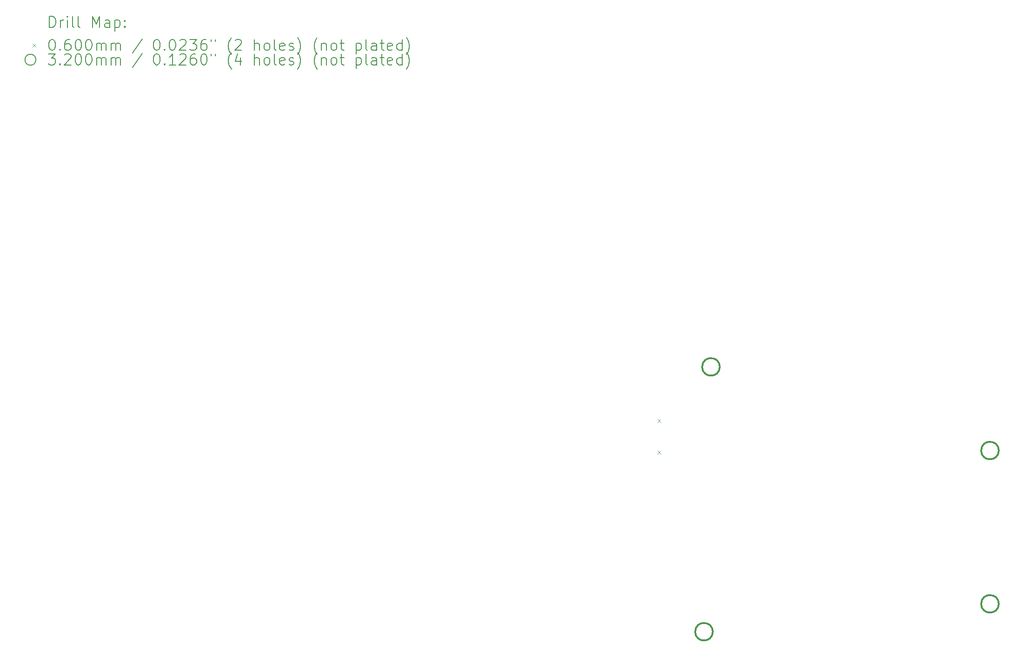
<source format=gbr>
%TF.GenerationSoftware,KiCad,Pcbnew,7.0.1*%
%TF.CreationDate,2023-09-13T21:21:14+01:00*%
%TF.ProjectId,101 PCB,31303120-5043-4422-9e6b-696361645f70,rev?*%
%TF.SameCoordinates,Original*%
%TF.FileFunction,Drillmap*%
%TF.FilePolarity,Positive*%
%FSLAX45Y45*%
G04 Gerber Fmt 4.5, Leading zero omitted, Abs format (unit mm)*
G04 Created by KiCad (PCBNEW 7.0.1) date 2023-09-13 21:21:14*
%MOMM*%
%LPD*%
G01*
G04 APERTURE LIST*
%ADD10C,0.200000*%
%ADD11C,0.060000*%
%ADD12C,0.320000*%
G04 APERTURE END LIST*
D10*
D11*
X11318000Y-7451000D02*
X11378000Y-7511000D01*
X11378000Y-7451000D02*
X11318000Y-7511000D01*
X11318000Y-8029000D02*
X11378000Y-8089000D01*
X11378000Y-8029000D02*
X11318000Y-8089000D01*
D12*
X12323000Y-11326000D02*
G75*
G03*
X12323000Y-11326000I-160000J0D01*
G01*
X12450000Y-6500000D02*
G75*
G03*
X12450000Y-6500000I-160000J0D01*
G01*
X17530000Y-8024000D02*
G75*
G03*
X17530000Y-8024000I-160000J0D01*
G01*
X17530000Y-10818000D02*
G75*
G03*
X17530000Y-10818000I-160000J0D01*
G01*
D10*
X247619Y-312524D02*
X247619Y-112524D01*
X247619Y-112524D02*
X295238Y-112524D01*
X295238Y-112524D02*
X323810Y-122048D01*
X323810Y-122048D02*
X342857Y-141095D01*
X342857Y-141095D02*
X352381Y-160143D01*
X352381Y-160143D02*
X361905Y-198238D01*
X361905Y-198238D02*
X361905Y-226809D01*
X361905Y-226809D02*
X352381Y-264905D01*
X352381Y-264905D02*
X342857Y-283952D01*
X342857Y-283952D02*
X323810Y-303000D01*
X323810Y-303000D02*
X295238Y-312524D01*
X295238Y-312524D02*
X247619Y-312524D01*
X447619Y-312524D02*
X447619Y-179190D01*
X447619Y-217286D02*
X457143Y-198238D01*
X457143Y-198238D02*
X466667Y-188714D01*
X466667Y-188714D02*
X485714Y-179190D01*
X485714Y-179190D02*
X504762Y-179190D01*
X571429Y-312524D02*
X571429Y-179190D01*
X571429Y-112524D02*
X561905Y-122048D01*
X561905Y-122048D02*
X571429Y-131571D01*
X571429Y-131571D02*
X580952Y-122048D01*
X580952Y-122048D02*
X571429Y-112524D01*
X571429Y-112524D02*
X571429Y-131571D01*
X695238Y-312524D02*
X676190Y-303000D01*
X676190Y-303000D02*
X666667Y-283952D01*
X666667Y-283952D02*
X666667Y-112524D01*
X800000Y-312524D02*
X780952Y-303000D01*
X780952Y-303000D02*
X771428Y-283952D01*
X771428Y-283952D02*
X771428Y-112524D01*
X1028571Y-312524D02*
X1028571Y-112524D01*
X1028571Y-112524D02*
X1095238Y-255381D01*
X1095238Y-255381D02*
X1161905Y-112524D01*
X1161905Y-112524D02*
X1161905Y-312524D01*
X1342857Y-312524D02*
X1342857Y-207762D01*
X1342857Y-207762D02*
X1333333Y-188714D01*
X1333333Y-188714D02*
X1314286Y-179190D01*
X1314286Y-179190D02*
X1276190Y-179190D01*
X1276190Y-179190D02*
X1257143Y-188714D01*
X1342857Y-303000D02*
X1323810Y-312524D01*
X1323810Y-312524D02*
X1276190Y-312524D01*
X1276190Y-312524D02*
X1257143Y-303000D01*
X1257143Y-303000D02*
X1247619Y-283952D01*
X1247619Y-283952D02*
X1247619Y-264905D01*
X1247619Y-264905D02*
X1257143Y-245857D01*
X1257143Y-245857D02*
X1276190Y-236333D01*
X1276190Y-236333D02*
X1323810Y-236333D01*
X1323810Y-236333D02*
X1342857Y-226809D01*
X1438095Y-179190D02*
X1438095Y-379190D01*
X1438095Y-188714D02*
X1457143Y-179190D01*
X1457143Y-179190D02*
X1495238Y-179190D01*
X1495238Y-179190D02*
X1514286Y-188714D01*
X1514286Y-188714D02*
X1523809Y-198238D01*
X1523809Y-198238D02*
X1533333Y-217286D01*
X1533333Y-217286D02*
X1533333Y-274429D01*
X1533333Y-274429D02*
X1523809Y-293476D01*
X1523809Y-293476D02*
X1514286Y-303000D01*
X1514286Y-303000D02*
X1495238Y-312524D01*
X1495238Y-312524D02*
X1457143Y-312524D01*
X1457143Y-312524D02*
X1438095Y-303000D01*
X1619048Y-293476D02*
X1628571Y-303000D01*
X1628571Y-303000D02*
X1619048Y-312524D01*
X1619048Y-312524D02*
X1609524Y-303000D01*
X1609524Y-303000D02*
X1619048Y-293476D01*
X1619048Y-293476D02*
X1619048Y-312524D01*
X1619048Y-188714D02*
X1628571Y-198238D01*
X1628571Y-198238D02*
X1619048Y-207762D01*
X1619048Y-207762D02*
X1609524Y-198238D01*
X1609524Y-198238D02*
X1619048Y-188714D01*
X1619048Y-188714D02*
X1619048Y-207762D01*
D11*
X-60000Y-610000D02*
X0Y-670000D01*
X0Y-610000D02*
X-60000Y-670000D01*
D10*
X285714Y-532524D02*
X304762Y-532524D01*
X304762Y-532524D02*
X323810Y-542048D01*
X323810Y-542048D02*
X333333Y-551571D01*
X333333Y-551571D02*
X342857Y-570619D01*
X342857Y-570619D02*
X352381Y-608714D01*
X352381Y-608714D02*
X352381Y-656333D01*
X352381Y-656333D02*
X342857Y-694429D01*
X342857Y-694429D02*
X333333Y-713476D01*
X333333Y-713476D02*
X323810Y-723000D01*
X323810Y-723000D02*
X304762Y-732524D01*
X304762Y-732524D02*
X285714Y-732524D01*
X285714Y-732524D02*
X266667Y-723000D01*
X266667Y-723000D02*
X257143Y-713476D01*
X257143Y-713476D02*
X247619Y-694429D01*
X247619Y-694429D02*
X238095Y-656333D01*
X238095Y-656333D02*
X238095Y-608714D01*
X238095Y-608714D02*
X247619Y-570619D01*
X247619Y-570619D02*
X257143Y-551571D01*
X257143Y-551571D02*
X266667Y-542048D01*
X266667Y-542048D02*
X285714Y-532524D01*
X438095Y-713476D02*
X447619Y-723000D01*
X447619Y-723000D02*
X438095Y-732524D01*
X438095Y-732524D02*
X428571Y-723000D01*
X428571Y-723000D02*
X438095Y-713476D01*
X438095Y-713476D02*
X438095Y-732524D01*
X619048Y-532524D02*
X580952Y-532524D01*
X580952Y-532524D02*
X561905Y-542048D01*
X561905Y-542048D02*
X552381Y-551571D01*
X552381Y-551571D02*
X533333Y-580143D01*
X533333Y-580143D02*
X523809Y-618238D01*
X523809Y-618238D02*
X523809Y-694429D01*
X523809Y-694429D02*
X533333Y-713476D01*
X533333Y-713476D02*
X542857Y-723000D01*
X542857Y-723000D02*
X561905Y-732524D01*
X561905Y-732524D02*
X600000Y-732524D01*
X600000Y-732524D02*
X619048Y-723000D01*
X619048Y-723000D02*
X628571Y-713476D01*
X628571Y-713476D02*
X638095Y-694429D01*
X638095Y-694429D02*
X638095Y-646810D01*
X638095Y-646810D02*
X628571Y-627762D01*
X628571Y-627762D02*
X619048Y-618238D01*
X619048Y-618238D02*
X600000Y-608714D01*
X600000Y-608714D02*
X561905Y-608714D01*
X561905Y-608714D02*
X542857Y-618238D01*
X542857Y-618238D02*
X533333Y-627762D01*
X533333Y-627762D02*
X523809Y-646810D01*
X761905Y-532524D02*
X780952Y-532524D01*
X780952Y-532524D02*
X800000Y-542048D01*
X800000Y-542048D02*
X809524Y-551571D01*
X809524Y-551571D02*
X819048Y-570619D01*
X819048Y-570619D02*
X828571Y-608714D01*
X828571Y-608714D02*
X828571Y-656333D01*
X828571Y-656333D02*
X819048Y-694429D01*
X819048Y-694429D02*
X809524Y-713476D01*
X809524Y-713476D02*
X800000Y-723000D01*
X800000Y-723000D02*
X780952Y-732524D01*
X780952Y-732524D02*
X761905Y-732524D01*
X761905Y-732524D02*
X742857Y-723000D01*
X742857Y-723000D02*
X733333Y-713476D01*
X733333Y-713476D02*
X723809Y-694429D01*
X723809Y-694429D02*
X714286Y-656333D01*
X714286Y-656333D02*
X714286Y-608714D01*
X714286Y-608714D02*
X723809Y-570619D01*
X723809Y-570619D02*
X733333Y-551571D01*
X733333Y-551571D02*
X742857Y-542048D01*
X742857Y-542048D02*
X761905Y-532524D01*
X952381Y-532524D02*
X971429Y-532524D01*
X971429Y-532524D02*
X990476Y-542048D01*
X990476Y-542048D02*
X1000000Y-551571D01*
X1000000Y-551571D02*
X1009524Y-570619D01*
X1009524Y-570619D02*
X1019048Y-608714D01*
X1019048Y-608714D02*
X1019048Y-656333D01*
X1019048Y-656333D02*
X1009524Y-694429D01*
X1009524Y-694429D02*
X1000000Y-713476D01*
X1000000Y-713476D02*
X990476Y-723000D01*
X990476Y-723000D02*
X971429Y-732524D01*
X971429Y-732524D02*
X952381Y-732524D01*
X952381Y-732524D02*
X933333Y-723000D01*
X933333Y-723000D02*
X923809Y-713476D01*
X923809Y-713476D02*
X914286Y-694429D01*
X914286Y-694429D02*
X904762Y-656333D01*
X904762Y-656333D02*
X904762Y-608714D01*
X904762Y-608714D02*
X914286Y-570619D01*
X914286Y-570619D02*
X923809Y-551571D01*
X923809Y-551571D02*
X933333Y-542048D01*
X933333Y-542048D02*
X952381Y-532524D01*
X1104762Y-732524D02*
X1104762Y-599190D01*
X1104762Y-618238D02*
X1114286Y-608714D01*
X1114286Y-608714D02*
X1133333Y-599190D01*
X1133333Y-599190D02*
X1161905Y-599190D01*
X1161905Y-599190D02*
X1180952Y-608714D01*
X1180952Y-608714D02*
X1190476Y-627762D01*
X1190476Y-627762D02*
X1190476Y-732524D01*
X1190476Y-627762D02*
X1200000Y-608714D01*
X1200000Y-608714D02*
X1219048Y-599190D01*
X1219048Y-599190D02*
X1247619Y-599190D01*
X1247619Y-599190D02*
X1266667Y-608714D01*
X1266667Y-608714D02*
X1276191Y-627762D01*
X1276191Y-627762D02*
X1276191Y-732524D01*
X1371429Y-732524D02*
X1371429Y-599190D01*
X1371429Y-618238D02*
X1380952Y-608714D01*
X1380952Y-608714D02*
X1400000Y-599190D01*
X1400000Y-599190D02*
X1428571Y-599190D01*
X1428571Y-599190D02*
X1447619Y-608714D01*
X1447619Y-608714D02*
X1457143Y-627762D01*
X1457143Y-627762D02*
X1457143Y-732524D01*
X1457143Y-627762D02*
X1466667Y-608714D01*
X1466667Y-608714D02*
X1485714Y-599190D01*
X1485714Y-599190D02*
X1514286Y-599190D01*
X1514286Y-599190D02*
X1533333Y-608714D01*
X1533333Y-608714D02*
X1542857Y-627762D01*
X1542857Y-627762D02*
X1542857Y-732524D01*
X1933333Y-523000D02*
X1761905Y-780143D01*
X2190476Y-532524D02*
X2209524Y-532524D01*
X2209524Y-532524D02*
X2228572Y-542048D01*
X2228572Y-542048D02*
X2238095Y-551571D01*
X2238095Y-551571D02*
X2247619Y-570619D01*
X2247619Y-570619D02*
X2257143Y-608714D01*
X2257143Y-608714D02*
X2257143Y-656333D01*
X2257143Y-656333D02*
X2247619Y-694429D01*
X2247619Y-694429D02*
X2238095Y-713476D01*
X2238095Y-713476D02*
X2228572Y-723000D01*
X2228572Y-723000D02*
X2209524Y-732524D01*
X2209524Y-732524D02*
X2190476Y-732524D01*
X2190476Y-732524D02*
X2171429Y-723000D01*
X2171429Y-723000D02*
X2161905Y-713476D01*
X2161905Y-713476D02*
X2152381Y-694429D01*
X2152381Y-694429D02*
X2142857Y-656333D01*
X2142857Y-656333D02*
X2142857Y-608714D01*
X2142857Y-608714D02*
X2152381Y-570619D01*
X2152381Y-570619D02*
X2161905Y-551571D01*
X2161905Y-551571D02*
X2171429Y-542048D01*
X2171429Y-542048D02*
X2190476Y-532524D01*
X2342857Y-713476D02*
X2352381Y-723000D01*
X2352381Y-723000D02*
X2342857Y-732524D01*
X2342857Y-732524D02*
X2333334Y-723000D01*
X2333334Y-723000D02*
X2342857Y-713476D01*
X2342857Y-713476D02*
X2342857Y-732524D01*
X2476191Y-532524D02*
X2495238Y-532524D01*
X2495238Y-532524D02*
X2514286Y-542048D01*
X2514286Y-542048D02*
X2523810Y-551571D01*
X2523810Y-551571D02*
X2533334Y-570619D01*
X2533334Y-570619D02*
X2542857Y-608714D01*
X2542857Y-608714D02*
X2542857Y-656333D01*
X2542857Y-656333D02*
X2533334Y-694429D01*
X2533334Y-694429D02*
X2523810Y-713476D01*
X2523810Y-713476D02*
X2514286Y-723000D01*
X2514286Y-723000D02*
X2495238Y-732524D01*
X2495238Y-732524D02*
X2476191Y-732524D01*
X2476191Y-732524D02*
X2457143Y-723000D01*
X2457143Y-723000D02*
X2447619Y-713476D01*
X2447619Y-713476D02*
X2438095Y-694429D01*
X2438095Y-694429D02*
X2428572Y-656333D01*
X2428572Y-656333D02*
X2428572Y-608714D01*
X2428572Y-608714D02*
X2438095Y-570619D01*
X2438095Y-570619D02*
X2447619Y-551571D01*
X2447619Y-551571D02*
X2457143Y-542048D01*
X2457143Y-542048D02*
X2476191Y-532524D01*
X2619048Y-551571D02*
X2628572Y-542048D01*
X2628572Y-542048D02*
X2647619Y-532524D01*
X2647619Y-532524D02*
X2695238Y-532524D01*
X2695238Y-532524D02*
X2714286Y-542048D01*
X2714286Y-542048D02*
X2723810Y-551571D01*
X2723810Y-551571D02*
X2733334Y-570619D01*
X2733334Y-570619D02*
X2733334Y-589667D01*
X2733334Y-589667D02*
X2723810Y-618238D01*
X2723810Y-618238D02*
X2609524Y-732524D01*
X2609524Y-732524D02*
X2733334Y-732524D01*
X2800000Y-532524D02*
X2923810Y-532524D01*
X2923810Y-532524D02*
X2857143Y-608714D01*
X2857143Y-608714D02*
X2885714Y-608714D01*
X2885714Y-608714D02*
X2904762Y-618238D01*
X2904762Y-618238D02*
X2914286Y-627762D01*
X2914286Y-627762D02*
X2923810Y-646810D01*
X2923810Y-646810D02*
X2923810Y-694429D01*
X2923810Y-694429D02*
X2914286Y-713476D01*
X2914286Y-713476D02*
X2904762Y-723000D01*
X2904762Y-723000D02*
X2885714Y-732524D01*
X2885714Y-732524D02*
X2828572Y-732524D01*
X2828572Y-732524D02*
X2809524Y-723000D01*
X2809524Y-723000D02*
X2800000Y-713476D01*
X3095238Y-532524D02*
X3057143Y-532524D01*
X3057143Y-532524D02*
X3038095Y-542048D01*
X3038095Y-542048D02*
X3028572Y-551571D01*
X3028572Y-551571D02*
X3009524Y-580143D01*
X3009524Y-580143D02*
X3000000Y-618238D01*
X3000000Y-618238D02*
X3000000Y-694429D01*
X3000000Y-694429D02*
X3009524Y-713476D01*
X3009524Y-713476D02*
X3019048Y-723000D01*
X3019048Y-723000D02*
X3038095Y-732524D01*
X3038095Y-732524D02*
X3076191Y-732524D01*
X3076191Y-732524D02*
X3095238Y-723000D01*
X3095238Y-723000D02*
X3104762Y-713476D01*
X3104762Y-713476D02*
X3114286Y-694429D01*
X3114286Y-694429D02*
X3114286Y-646810D01*
X3114286Y-646810D02*
X3104762Y-627762D01*
X3104762Y-627762D02*
X3095238Y-618238D01*
X3095238Y-618238D02*
X3076191Y-608714D01*
X3076191Y-608714D02*
X3038095Y-608714D01*
X3038095Y-608714D02*
X3019048Y-618238D01*
X3019048Y-618238D02*
X3009524Y-627762D01*
X3009524Y-627762D02*
X3000000Y-646810D01*
X3190476Y-532524D02*
X3190476Y-570619D01*
X3266667Y-532524D02*
X3266667Y-570619D01*
X3561905Y-808714D02*
X3552381Y-799190D01*
X3552381Y-799190D02*
X3533334Y-770619D01*
X3533334Y-770619D02*
X3523810Y-751571D01*
X3523810Y-751571D02*
X3514286Y-723000D01*
X3514286Y-723000D02*
X3504762Y-675381D01*
X3504762Y-675381D02*
X3504762Y-637286D01*
X3504762Y-637286D02*
X3514286Y-589667D01*
X3514286Y-589667D02*
X3523810Y-561095D01*
X3523810Y-561095D02*
X3533334Y-542048D01*
X3533334Y-542048D02*
X3552381Y-513476D01*
X3552381Y-513476D02*
X3561905Y-503952D01*
X3628572Y-551571D02*
X3638095Y-542048D01*
X3638095Y-542048D02*
X3657143Y-532524D01*
X3657143Y-532524D02*
X3704762Y-532524D01*
X3704762Y-532524D02*
X3723810Y-542048D01*
X3723810Y-542048D02*
X3733334Y-551571D01*
X3733334Y-551571D02*
X3742857Y-570619D01*
X3742857Y-570619D02*
X3742857Y-589667D01*
X3742857Y-589667D02*
X3733334Y-618238D01*
X3733334Y-618238D02*
X3619048Y-732524D01*
X3619048Y-732524D02*
X3742857Y-732524D01*
X3980953Y-732524D02*
X3980953Y-532524D01*
X4066667Y-732524D02*
X4066667Y-627762D01*
X4066667Y-627762D02*
X4057143Y-608714D01*
X4057143Y-608714D02*
X4038096Y-599190D01*
X4038096Y-599190D02*
X4009524Y-599190D01*
X4009524Y-599190D02*
X3990476Y-608714D01*
X3990476Y-608714D02*
X3980953Y-618238D01*
X4190476Y-732524D02*
X4171429Y-723000D01*
X4171429Y-723000D02*
X4161905Y-713476D01*
X4161905Y-713476D02*
X4152381Y-694429D01*
X4152381Y-694429D02*
X4152381Y-637286D01*
X4152381Y-637286D02*
X4161905Y-618238D01*
X4161905Y-618238D02*
X4171429Y-608714D01*
X4171429Y-608714D02*
X4190476Y-599190D01*
X4190476Y-599190D02*
X4219048Y-599190D01*
X4219048Y-599190D02*
X4238096Y-608714D01*
X4238096Y-608714D02*
X4247619Y-618238D01*
X4247619Y-618238D02*
X4257143Y-637286D01*
X4257143Y-637286D02*
X4257143Y-694429D01*
X4257143Y-694429D02*
X4247619Y-713476D01*
X4247619Y-713476D02*
X4238096Y-723000D01*
X4238096Y-723000D02*
X4219048Y-732524D01*
X4219048Y-732524D02*
X4190476Y-732524D01*
X4371429Y-732524D02*
X4352381Y-723000D01*
X4352381Y-723000D02*
X4342858Y-703952D01*
X4342858Y-703952D02*
X4342858Y-532524D01*
X4523810Y-723000D02*
X4504762Y-732524D01*
X4504762Y-732524D02*
X4466667Y-732524D01*
X4466667Y-732524D02*
X4447619Y-723000D01*
X4447619Y-723000D02*
X4438096Y-703952D01*
X4438096Y-703952D02*
X4438096Y-627762D01*
X4438096Y-627762D02*
X4447619Y-608714D01*
X4447619Y-608714D02*
X4466667Y-599190D01*
X4466667Y-599190D02*
X4504762Y-599190D01*
X4504762Y-599190D02*
X4523810Y-608714D01*
X4523810Y-608714D02*
X4533334Y-627762D01*
X4533334Y-627762D02*
X4533334Y-646810D01*
X4533334Y-646810D02*
X4438096Y-665857D01*
X4609524Y-723000D02*
X4628572Y-732524D01*
X4628572Y-732524D02*
X4666667Y-732524D01*
X4666667Y-732524D02*
X4685715Y-723000D01*
X4685715Y-723000D02*
X4695239Y-703952D01*
X4695239Y-703952D02*
X4695239Y-694429D01*
X4695239Y-694429D02*
X4685715Y-675381D01*
X4685715Y-675381D02*
X4666667Y-665857D01*
X4666667Y-665857D02*
X4638096Y-665857D01*
X4638096Y-665857D02*
X4619048Y-656333D01*
X4619048Y-656333D02*
X4609524Y-637286D01*
X4609524Y-637286D02*
X4609524Y-627762D01*
X4609524Y-627762D02*
X4619048Y-608714D01*
X4619048Y-608714D02*
X4638096Y-599190D01*
X4638096Y-599190D02*
X4666667Y-599190D01*
X4666667Y-599190D02*
X4685715Y-608714D01*
X4761905Y-808714D02*
X4771429Y-799190D01*
X4771429Y-799190D02*
X4790477Y-770619D01*
X4790477Y-770619D02*
X4800000Y-751571D01*
X4800000Y-751571D02*
X4809524Y-723000D01*
X4809524Y-723000D02*
X4819048Y-675381D01*
X4819048Y-675381D02*
X4819048Y-637286D01*
X4819048Y-637286D02*
X4809524Y-589667D01*
X4809524Y-589667D02*
X4800000Y-561095D01*
X4800000Y-561095D02*
X4790477Y-542048D01*
X4790477Y-542048D02*
X4771429Y-513476D01*
X4771429Y-513476D02*
X4761905Y-503952D01*
X5123810Y-808714D02*
X5114286Y-799190D01*
X5114286Y-799190D02*
X5095239Y-770619D01*
X5095239Y-770619D02*
X5085715Y-751571D01*
X5085715Y-751571D02*
X5076191Y-723000D01*
X5076191Y-723000D02*
X5066667Y-675381D01*
X5066667Y-675381D02*
X5066667Y-637286D01*
X5066667Y-637286D02*
X5076191Y-589667D01*
X5076191Y-589667D02*
X5085715Y-561095D01*
X5085715Y-561095D02*
X5095239Y-542048D01*
X5095239Y-542048D02*
X5114286Y-513476D01*
X5114286Y-513476D02*
X5123810Y-503952D01*
X5200000Y-599190D02*
X5200000Y-732524D01*
X5200000Y-618238D02*
X5209524Y-608714D01*
X5209524Y-608714D02*
X5228572Y-599190D01*
X5228572Y-599190D02*
X5257143Y-599190D01*
X5257143Y-599190D02*
X5276191Y-608714D01*
X5276191Y-608714D02*
X5285715Y-627762D01*
X5285715Y-627762D02*
X5285715Y-732524D01*
X5409524Y-732524D02*
X5390477Y-723000D01*
X5390477Y-723000D02*
X5380953Y-713476D01*
X5380953Y-713476D02*
X5371429Y-694429D01*
X5371429Y-694429D02*
X5371429Y-637286D01*
X5371429Y-637286D02*
X5380953Y-618238D01*
X5380953Y-618238D02*
X5390477Y-608714D01*
X5390477Y-608714D02*
X5409524Y-599190D01*
X5409524Y-599190D02*
X5438096Y-599190D01*
X5438096Y-599190D02*
X5457143Y-608714D01*
X5457143Y-608714D02*
X5466667Y-618238D01*
X5466667Y-618238D02*
X5476191Y-637286D01*
X5476191Y-637286D02*
X5476191Y-694429D01*
X5476191Y-694429D02*
X5466667Y-713476D01*
X5466667Y-713476D02*
X5457143Y-723000D01*
X5457143Y-723000D02*
X5438096Y-732524D01*
X5438096Y-732524D02*
X5409524Y-732524D01*
X5533334Y-599190D02*
X5609524Y-599190D01*
X5561905Y-532524D02*
X5561905Y-703952D01*
X5561905Y-703952D02*
X5571429Y-723000D01*
X5571429Y-723000D02*
X5590477Y-732524D01*
X5590477Y-732524D02*
X5609524Y-732524D01*
X5828572Y-599190D02*
X5828572Y-799190D01*
X5828572Y-608714D02*
X5847619Y-599190D01*
X5847619Y-599190D02*
X5885715Y-599190D01*
X5885715Y-599190D02*
X5904762Y-608714D01*
X5904762Y-608714D02*
X5914286Y-618238D01*
X5914286Y-618238D02*
X5923810Y-637286D01*
X5923810Y-637286D02*
X5923810Y-694429D01*
X5923810Y-694429D02*
X5914286Y-713476D01*
X5914286Y-713476D02*
X5904762Y-723000D01*
X5904762Y-723000D02*
X5885715Y-732524D01*
X5885715Y-732524D02*
X5847619Y-732524D01*
X5847619Y-732524D02*
X5828572Y-723000D01*
X6038096Y-732524D02*
X6019048Y-723000D01*
X6019048Y-723000D02*
X6009524Y-703952D01*
X6009524Y-703952D02*
X6009524Y-532524D01*
X6200000Y-732524D02*
X6200000Y-627762D01*
X6200000Y-627762D02*
X6190477Y-608714D01*
X6190477Y-608714D02*
X6171429Y-599190D01*
X6171429Y-599190D02*
X6133334Y-599190D01*
X6133334Y-599190D02*
X6114286Y-608714D01*
X6200000Y-723000D02*
X6180953Y-732524D01*
X6180953Y-732524D02*
X6133334Y-732524D01*
X6133334Y-732524D02*
X6114286Y-723000D01*
X6114286Y-723000D02*
X6104762Y-703952D01*
X6104762Y-703952D02*
X6104762Y-684905D01*
X6104762Y-684905D02*
X6114286Y-665857D01*
X6114286Y-665857D02*
X6133334Y-656333D01*
X6133334Y-656333D02*
X6180953Y-656333D01*
X6180953Y-656333D02*
X6200000Y-646810D01*
X6266667Y-599190D02*
X6342858Y-599190D01*
X6295239Y-532524D02*
X6295239Y-703952D01*
X6295239Y-703952D02*
X6304762Y-723000D01*
X6304762Y-723000D02*
X6323810Y-732524D01*
X6323810Y-732524D02*
X6342858Y-732524D01*
X6485715Y-723000D02*
X6466667Y-732524D01*
X6466667Y-732524D02*
X6428572Y-732524D01*
X6428572Y-732524D02*
X6409524Y-723000D01*
X6409524Y-723000D02*
X6400000Y-703952D01*
X6400000Y-703952D02*
X6400000Y-627762D01*
X6400000Y-627762D02*
X6409524Y-608714D01*
X6409524Y-608714D02*
X6428572Y-599190D01*
X6428572Y-599190D02*
X6466667Y-599190D01*
X6466667Y-599190D02*
X6485715Y-608714D01*
X6485715Y-608714D02*
X6495239Y-627762D01*
X6495239Y-627762D02*
X6495239Y-646810D01*
X6495239Y-646810D02*
X6400000Y-665857D01*
X6666667Y-732524D02*
X6666667Y-532524D01*
X6666667Y-723000D02*
X6647620Y-732524D01*
X6647620Y-732524D02*
X6609524Y-732524D01*
X6609524Y-732524D02*
X6590477Y-723000D01*
X6590477Y-723000D02*
X6580953Y-713476D01*
X6580953Y-713476D02*
X6571429Y-694429D01*
X6571429Y-694429D02*
X6571429Y-637286D01*
X6571429Y-637286D02*
X6580953Y-618238D01*
X6580953Y-618238D02*
X6590477Y-608714D01*
X6590477Y-608714D02*
X6609524Y-599190D01*
X6609524Y-599190D02*
X6647620Y-599190D01*
X6647620Y-599190D02*
X6666667Y-608714D01*
X6742858Y-808714D02*
X6752381Y-799190D01*
X6752381Y-799190D02*
X6771429Y-770619D01*
X6771429Y-770619D02*
X6780953Y-751571D01*
X6780953Y-751571D02*
X6790477Y-723000D01*
X6790477Y-723000D02*
X6800000Y-675381D01*
X6800000Y-675381D02*
X6800000Y-637286D01*
X6800000Y-637286D02*
X6790477Y-589667D01*
X6790477Y-589667D02*
X6780953Y-561095D01*
X6780953Y-561095D02*
X6771429Y-542048D01*
X6771429Y-542048D02*
X6752381Y-513476D01*
X6752381Y-513476D02*
X6742858Y-503952D01*
X0Y-904000D02*
G75*
G03*
X0Y-904000I-100000J0D01*
G01*
X228571Y-796524D02*
X352381Y-796524D01*
X352381Y-796524D02*
X285714Y-872714D01*
X285714Y-872714D02*
X314286Y-872714D01*
X314286Y-872714D02*
X333333Y-882238D01*
X333333Y-882238D02*
X342857Y-891762D01*
X342857Y-891762D02*
X352381Y-910809D01*
X352381Y-910809D02*
X352381Y-958428D01*
X352381Y-958428D02*
X342857Y-977476D01*
X342857Y-977476D02*
X333333Y-987000D01*
X333333Y-987000D02*
X314286Y-996524D01*
X314286Y-996524D02*
X257143Y-996524D01*
X257143Y-996524D02*
X238095Y-987000D01*
X238095Y-987000D02*
X228571Y-977476D01*
X438095Y-977476D02*
X447619Y-987000D01*
X447619Y-987000D02*
X438095Y-996524D01*
X438095Y-996524D02*
X428571Y-987000D01*
X428571Y-987000D02*
X438095Y-977476D01*
X438095Y-977476D02*
X438095Y-996524D01*
X523809Y-815571D02*
X533333Y-806048D01*
X533333Y-806048D02*
X552381Y-796524D01*
X552381Y-796524D02*
X600000Y-796524D01*
X600000Y-796524D02*
X619048Y-806048D01*
X619048Y-806048D02*
X628571Y-815571D01*
X628571Y-815571D02*
X638095Y-834619D01*
X638095Y-834619D02*
X638095Y-853667D01*
X638095Y-853667D02*
X628571Y-882238D01*
X628571Y-882238D02*
X514286Y-996524D01*
X514286Y-996524D02*
X638095Y-996524D01*
X761905Y-796524D02*
X780952Y-796524D01*
X780952Y-796524D02*
X800000Y-806048D01*
X800000Y-806048D02*
X809524Y-815571D01*
X809524Y-815571D02*
X819048Y-834619D01*
X819048Y-834619D02*
X828571Y-872714D01*
X828571Y-872714D02*
X828571Y-920333D01*
X828571Y-920333D02*
X819048Y-958428D01*
X819048Y-958428D02*
X809524Y-977476D01*
X809524Y-977476D02*
X800000Y-987000D01*
X800000Y-987000D02*
X780952Y-996524D01*
X780952Y-996524D02*
X761905Y-996524D01*
X761905Y-996524D02*
X742857Y-987000D01*
X742857Y-987000D02*
X733333Y-977476D01*
X733333Y-977476D02*
X723809Y-958428D01*
X723809Y-958428D02*
X714286Y-920333D01*
X714286Y-920333D02*
X714286Y-872714D01*
X714286Y-872714D02*
X723809Y-834619D01*
X723809Y-834619D02*
X733333Y-815571D01*
X733333Y-815571D02*
X742857Y-806048D01*
X742857Y-806048D02*
X761905Y-796524D01*
X952381Y-796524D02*
X971429Y-796524D01*
X971429Y-796524D02*
X990476Y-806048D01*
X990476Y-806048D02*
X1000000Y-815571D01*
X1000000Y-815571D02*
X1009524Y-834619D01*
X1009524Y-834619D02*
X1019048Y-872714D01*
X1019048Y-872714D02*
X1019048Y-920333D01*
X1019048Y-920333D02*
X1009524Y-958428D01*
X1009524Y-958428D02*
X1000000Y-977476D01*
X1000000Y-977476D02*
X990476Y-987000D01*
X990476Y-987000D02*
X971429Y-996524D01*
X971429Y-996524D02*
X952381Y-996524D01*
X952381Y-996524D02*
X933333Y-987000D01*
X933333Y-987000D02*
X923809Y-977476D01*
X923809Y-977476D02*
X914286Y-958428D01*
X914286Y-958428D02*
X904762Y-920333D01*
X904762Y-920333D02*
X904762Y-872714D01*
X904762Y-872714D02*
X914286Y-834619D01*
X914286Y-834619D02*
X923809Y-815571D01*
X923809Y-815571D02*
X933333Y-806048D01*
X933333Y-806048D02*
X952381Y-796524D01*
X1104762Y-996524D02*
X1104762Y-863190D01*
X1104762Y-882238D02*
X1114286Y-872714D01*
X1114286Y-872714D02*
X1133333Y-863190D01*
X1133333Y-863190D02*
X1161905Y-863190D01*
X1161905Y-863190D02*
X1180952Y-872714D01*
X1180952Y-872714D02*
X1190476Y-891762D01*
X1190476Y-891762D02*
X1190476Y-996524D01*
X1190476Y-891762D02*
X1200000Y-872714D01*
X1200000Y-872714D02*
X1219048Y-863190D01*
X1219048Y-863190D02*
X1247619Y-863190D01*
X1247619Y-863190D02*
X1266667Y-872714D01*
X1266667Y-872714D02*
X1276191Y-891762D01*
X1276191Y-891762D02*
X1276191Y-996524D01*
X1371429Y-996524D02*
X1371429Y-863190D01*
X1371429Y-882238D02*
X1380952Y-872714D01*
X1380952Y-872714D02*
X1400000Y-863190D01*
X1400000Y-863190D02*
X1428571Y-863190D01*
X1428571Y-863190D02*
X1447619Y-872714D01*
X1447619Y-872714D02*
X1457143Y-891762D01*
X1457143Y-891762D02*
X1457143Y-996524D01*
X1457143Y-891762D02*
X1466667Y-872714D01*
X1466667Y-872714D02*
X1485714Y-863190D01*
X1485714Y-863190D02*
X1514286Y-863190D01*
X1514286Y-863190D02*
X1533333Y-872714D01*
X1533333Y-872714D02*
X1542857Y-891762D01*
X1542857Y-891762D02*
X1542857Y-996524D01*
X1933333Y-787000D02*
X1761905Y-1044143D01*
X2190476Y-796524D02*
X2209524Y-796524D01*
X2209524Y-796524D02*
X2228572Y-806048D01*
X2228572Y-806048D02*
X2238095Y-815571D01*
X2238095Y-815571D02*
X2247619Y-834619D01*
X2247619Y-834619D02*
X2257143Y-872714D01*
X2257143Y-872714D02*
X2257143Y-920333D01*
X2257143Y-920333D02*
X2247619Y-958428D01*
X2247619Y-958428D02*
X2238095Y-977476D01*
X2238095Y-977476D02*
X2228572Y-987000D01*
X2228572Y-987000D02*
X2209524Y-996524D01*
X2209524Y-996524D02*
X2190476Y-996524D01*
X2190476Y-996524D02*
X2171429Y-987000D01*
X2171429Y-987000D02*
X2161905Y-977476D01*
X2161905Y-977476D02*
X2152381Y-958428D01*
X2152381Y-958428D02*
X2142857Y-920333D01*
X2142857Y-920333D02*
X2142857Y-872714D01*
X2142857Y-872714D02*
X2152381Y-834619D01*
X2152381Y-834619D02*
X2161905Y-815571D01*
X2161905Y-815571D02*
X2171429Y-806048D01*
X2171429Y-806048D02*
X2190476Y-796524D01*
X2342857Y-977476D02*
X2352381Y-987000D01*
X2352381Y-987000D02*
X2342857Y-996524D01*
X2342857Y-996524D02*
X2333334Y-987000D01*
X2333334Y-987000D02*
X2342857Y-977476D01*
X2342857Y-977476D02*
X2342857Y-996524D01*
X2542857Y-996524D02*
X2428572Y-996524D01*
X2485714Y-996524D02*
X2485714Y-796524D01*
X2485714Y-796524D02*
X2466667Y-825095D01*
X2466667Y-825095D02*
X2447619Y-844143D01*
X2447619Y-844143D02*
X2428572Y-853667D01*
X2619048Y-815571D02*
X2628572Y-806048D01*
X2628572Y-806048D02*
X2647619Y-796524D01*
X2647619Y-796524D02*
X2695238Y-796524D01*
X2695238Y-796524D02*
X2714286Y-806048D01*
X2714286Y-806048D02*
X2723810Y-815571D01*
X2723810Y-815571D02*
X2733334Y-834619D01*
X2733334Y-834619D02*
X2733334Y-853667D01*
X2733334Y-853667D02*
X2723810Y-882238D01*
X2723810Y-882238D02*
X2609524Y-996524D01*
X2609524Y-996524D02*
X2733334Y-996524D01*
X2904762Y-796524D02*
X2866667Y-796524D01*
X2866667Y-796524D02*
X2847619Y-806048D01*
X2847619Y-806048D02*
X2838095Y-815571D01*
X2838095Y-815571D02*
X2819048Y-844143D01*
X2819048Y-844143D02*
X2809524Y-882238D01*
X2809524Y-882238D02*
X2809524Y-958428D01*
X2809524Y-958428D02*
X2819048Y-977476D01*
X2819048Y-977476D02*
X2828572Y-987000D01*
X2828572Y-987000D02*
X2847619Y-996524D01*
X2847619Y-996524D02*
X2885714Y-996524D01*
X2885714Y-996524D02*
X2904762Y-987000D01*
X2904762Y-987000D02*
X2914286Y-977476D01*
X2914286Y-977476D02*
X2923810Y-958428D01*
X2923810Y-958428D02*
X2923810Y-910809D01*
X2923810Y-910809D02*
X2914286Y-891762D01*
X2914286Y-891762D02*
X2904762Y-882238D01*
X2904762Y-882238D02*
X2885714Y-872714D01*
X2885714Y-872714D02*
X2847619Y-872714D01*
X2847619Y-872714D02*
X2828572Y-882238D01*
X2828572Y-882238D02*
X2819048Y-891762D01*
X2819048Y-891762D02*
X2809524Y-910809D01*
X3047619Y-796524D02*
X3066667Y-796524D01*
X3066667Y-796524D02*
X3085714Y-806048D01*
X3085714Y-806048D02*
X3095238Y-815571D01*
X3095238Y-815571D02*
X3104762Y-834619D01*
X3104762Y-834619D02*
X3114286Y-872714D01*
X3114286Y-872714D02*
X3114286Y-920333D01*
X3114286Y-920333D02*
X3104762Y-958428D01*
X3104762Y-958428D02*
X3095238Y-977476D01*
X3095238Y-977476D02*
X3085714Y-987000D01*
X3085714Y-987000D02*
X3066667Y-996524D01*
X3066667Y-996524D02*
X3047619Y-996524D01*
X3047619Y-996524D02*
X3028572Y-987000D01*
X3028572Y-987000D02*
X3019048Y-977476D01*
X3019048Y-977476D02*
X3009524Y-958428D01*
X3009524Y-958428D02*
X3000000Y-920333D01*
X3000000Y-920333D02*
X3000000Y-872714D01*
X3000000Y-872714D02*
X3009524Y-834619D01*
X3009524Y-834619D02*
X3019048Y-815571D01*
X3019048Y-815571D02*
X3028572Y-806048D01*
X3028572Y-806048D02*
X3047619Y-796524D01*
X3190476Y-796524D02*
X3190476Y-834619D01*
X3266667Y-796524D02*
X3266667Y-834619D01*
X3561905Y-1072714D02*
X3552381Y-1063190D01*
X3552381Y-1063190D02*
X3533334Y-1034619D01*
X3533334Y-1034619D02*
X3523810Y-1015571D01*
X3523810Y-1015571D02*
X3514286Y-987000D01*
X3514286Y-987000D02*
X3504762Y-939381D01*
X3504762Y-939381D02*
X3504762Y-901286D01*
X3504762Y-901286D02*
X3514286Y-853667D01*
X3514286Y-853667D02*
X3523810Y-825095D01*
X3523810Y-825095D02*
X3533334Y-806048D01*
X3533334Y-806048D02*
X3552381Y-777476D01*
X3552381Y-777476D02*
X3561905Y-767952D01*
X3723810Y-863190D02*
X3723810Y-996524D01*
X3676191Y-787000D02*
X3628572Y-929857D01*
X3628572Y-929857D02*
X3752381Y-929857D01*
X3980953Y-996524D02*
X3980953Y-796524D01*
X4066667Y-996524D02*
X4066667Y-891762D01*
X4066667Y-891762D02*
X4057143Y-872714D01*
X4057143Y-872714D02*
X4038096Y-863190D01*
X4038096Y-863190D02*
X4009524Y-863190D01*
X4009524Y-863190D02*
X3990476Y-872714D01*
X3990476Y-872714D02*
X3980953Y-882238D01*
X4190476Y-996524D02*
X4171429Y-987000D01*
X4171429Y-987000D02*
X4161905Y-977476D01*
X4161905Y-977476D02*
X4152381Y-958428D01*
X4152381Y-958428D02*
X4152381Y-901286D01*
X4152381Y-901286D02*
X4161905Y-882238D01*
X4161905Y-882238D02*
X4171429Y-872714D01*
X4171429Y-872714D02*
X4190476Y-863190D01*
X4190476Y-863190D02*
X4219048Y-863190D01*
X4219048Y-863190D02*
X4238096Y-872714D01*
X4238096Y-872714D02*
X4247619Y-882238D01*
X4247619Y-882238D02*
X4257143Y-901286D01*
X4257143Y-901286D02*
X4257143Y-958428D01*
X4257143Y-958428D02*
X4247619Y-977476D01*
X4247619Y-977476D02*
X4238096Y-987000D01*
X4238096Y-987000D02*
X4219048Y-996524D01*
X4219048Y-996524D02*
X4190476Y-996524D01*
X4371429Y-996524D02*
X4352381Y-987000D01*
X4352381Y-987000D02*
X4342858Y-967952D01*
X4342858Y-967952D02*
X4342858Y-796524D01*
X4523810Y-987000D02*
X4504762Y-996524D01*
X4504762Y-996524D02*
X4466667Y-996524D01*
X4466667Y-996524D02*
X4447619Y-987000D01*
X4447619Y-987000D02*
X4438096Y-967952D01*
X4438096Y-967952D02*
X4438096Y-891762D01*
X4438096Y-891762D02*
X4447619Y-872714D01*
X4447619Y-872714D02*
X4466667Y-863190D01*
X4466667Y-863190D02*
X4504762Y-863190D01*
X4504762Y-863190D02*
X4523810Y-872714D01*
X4523810Y-872714D02*
X4533334Y-891762D01*
X4533334Y-891762D02*
X4533334Y-910809D01*
X4533334Y-910809D02*
X4438096Y-929857D01*
X4609524Y-987000D02*
X4628572Y-996524D01*
X4628572Y-996524D02*
X4666667Y-996524D01*
X4666667Y-996524D02*
X4685715Y-987000D01*
X4685715Y-987000D02*
X4695239Y-967952D01*
X4695239Y-967952D02*
X4695239Y-958428D01*
X4695239Y-958428D02*
X4685715Y-939381D01*
X4685715Y-939381D02*
X4666667Y-929857D01*
X4666667Y-929857D02*
X4638096Y-929857D01*
X4638096Y-929857D02*
X4619048Y-920333D01*
X4619048Y-920333D02*
X4609524Y-901286D01*
X4609524Y-901286D02*
X4609524Y-891762D01*
X4609524Y-891762D02*
X4619048Y-872714D01*
X4619048Y-872714D02*
X4638096Y-863190D01*
X4638096Y-863190D02*
X4666667Y-863190D01*
X4666667Y-863190D02*
X4685715Y-872714D01*
X4761905Y-1072714D02*
X4771429Y-1063190D01*
X4771429Y-1063190D02*
X4790477Y-1034619D01*
X4790477Y-1034619D02*
X4800000Y-1015571D01*
X4800000Y-1015571D02*
X4809524Y-987000D01*
X4809524Y-987000D02*
X4819048Y-939381D01*
X4819048Y-939381D02*
X4819048Y-901286D01*
X4819048Y-901286D02*
X4809524Y-853667D01*
X4809524Y-853667D02*
X4800000Y-825095D01*
X4800000Y-825095D02*
X4790477Y-806048D01*
X4790477Y-806048D02*
X4771429Y-777476D01*
X4771429Y-777476D02*
X4761905Y-767952D01*
X5123810Y-1072714D02*
X5114286Y-1063190D01*
X5114286Y-1063190D02*
X5095239Y-1034619D01*
X5095239Y-1034619D02*
X5085715Y-1015571D01*
X5085715Y-1015571D02*
X5076191Y-987000D01*
X5076191Y-987000D02*
X5066667Y-939381D01*
X5066667Y-939381D02*
X5066667Y-901286D01*
X5066667Y-901286D02*
X5076191Y-853667D01*
X5076191Y-853667D02*
X5085715Y-825095D01*
X5085715Y-825095D02*
X5095239Y-806048D01*
X5095239Y-806048D02*
X5114286Y-777476D01*
X5114286Y-777476D02*
X5123810Y-767952D01*
X5200000Y-863190D02*
X5200000Y-996524D01*
X5200000Y-882238D02*
X5209524Y-872714D01*
X5209524Y-872714D02*
X5228572Y-863190D01*
X5228572Y-863190D02*
X5257143Y-863190D01*
X5257143Y-863190D02*
X5276191Y-872714D01*
X5276191Y-872714D02*
X5285715Y-891762D01*
X5285715Y-891762D02*
X5285715Y-996524D01*
X5409524Y-996524D02*
X5390477Y-987000D01*
X5390477Y-987000D02*
X5380953Y-977476D01*
X5380953Y-977476D02*
X5371429Y-958428D01*
X5371429Y-958428D02*
X5371429Y-901286D01*
X5371429Y-901286D02*
X5380953Y-882238D01*
X5380953Y-882238D02*
X5390477Y-872714D01*
X5390477Y-872714D02*
X5409524Y-863190D01*
X5409524Y-863190D02*
X5438096Y-863190D01*
X5438096Y-863190D02*
X5457143Y-872714D01*
X5457143Y-872714D02*
X5466667Y-882238D01*
X5466667Y-882238D02*
X5476191Y-901286D01*
X5476191Y-901286D02*
X5476191Y-958428D01*
X5476191Y-958428D02*
X5466667Y-977476D01*
X5466667Y-977476D02*
X5457143Y-987000D01*
X5457143Y-987000D02*
X5438096Y-996524D01*
X5438096Y-996524D02*
X5409524Y-996524D01*
X5533334Y-863190D02*
X5609524Y-863190D01*
X5561905Y-796524D02*
X5561905Y-967952D01*
X5561905Y-967952D02*
X5571429Y-987000D01*
X5571429Y-987000D02*
X5590477Y-996524D01*
X5590477Y-996524D02*
X5609524Y-996524D01*
X5828572Y-863190D02*
X5828572Y-1063190D01*
X5828572Y-872714D02*
X5847619Y-863190D01*
X5847619Y-863190D02*
X5885715Y-863190D01*
X5885715Y-863190D02*
X5904762Y-872714D01*
X5904762Y-872714D02*
X5914286Y-882238D01*
X5914286Y-882238D02*
X5923810Y-901286D01*
X5923810Y-901286D02*
X5923810Y-958428D01*
X5923810Y-958428D02*
X5914286Y-977476D01*
X5914286Y-977476D02*
X5904762Y-987000D01*
X5904762Y-987000D02*
X5885715Y-996524D01*
X5885715Y-996524D02*
X5847619Y-996524D01*
X5847619Y-996524D02*
X5828572Y-987000D01*
X6038096Y-996524D02*
X6019048Y-987000D01*
X6019048Y-987000D02*
X6009524Y-967952D01*
X6009524Y-967952D02*
X6009524Y-796524D01*
X6200000Y-996524D02*
X6200000Y-891762D01*
X6200000Y-891762D02*
X6190477Y-872714D01*
X6190477Y-872714D02*
X6171429Y-863190D01*
X6171429Y-863190D02*
X6133334Y-863190D01*
X6133334Y-863190D02*
X6114286Y-872714D01*
X6200000Y-987000D02*
X6180953Y-996524D01*
X6180953Y-996524D02*
X6133334Y-996524D01*
X6133334Y-996524D02*
X6114286Y-987000D01*
X6114286Y-987000D02*
X6104762Y-967952D01*
X6104762Y-967952D02*
X6104762Y-948905D01*
X6104762Y-948905D02*
X6114286Y-929857D01*
X6114286Y-929857D02*
X6133334Y-920333D01*
X6133334Y-920333D02*
X6180953Y-920333D01*
X6180953Y-920333D02*
X6200000Y-910809D01*
X6266667Y-863190D02*
X6342858Y-863190D01*
X6295239Y-796524D02*
X6295239Y-967952D01*
X6295239Y-967952D02*
X6304762Y-987000D01*
X6304762Y-987000D02*
X6323810Y-996524D01*
X6323810Y-996524D02*
X6342858Y-996524D01*
X6485715Y-987000D02*
X6466667Y-996524D01*
X6466667Y-996524D02*
X6428572Y-996524D01*
X6428572Y-996524D02*
X6409524Y-987000D01*
X6409524Y-987000D02*
X6400000Y-967952D01*
X6400000Y-967952D02*
X6400000Y-891762D01*
X6400000Y-891762D02*
X6409524Y-872714D01*
X6409524Y-872714D02*
X6428572Y-863190D01*
X6428572Y-863190D02*
X6466667Y-863190D01*
X6466667Y-863190D02*
X6485715Y-872714D01*
X6485715Y-872714D02*
X6495239Y-891762D01*
X6495239Y-891762D02*
X6495239Y-910809D01*
X6495239Y-910809D02*
X6400000Y-929857D01*
X6666667Y-996524D02*
X6666667Y-796524D01*
X6666667Y-987000D02*
X6647620Y-996524D01*
X6647620Y-996524D02*
X6609524Y-996524D01*
X6609524Y-996524D02*
X6590477Y-987000D01*
X6590477Y-987000D02*
X6580953Y-977476D01*
X6580953Y-977476D02*
X6571429Y-958428D01*
X6571429Y-958428D02*
X6571429Y-901286D01*
X6571429Y-901286D02*
X6580953Y-882238D01*
X6580953Y-882238D02*
X6590477Y-872714D01*
X6590477Y-872714D02*
X6609524Y-863190D01*
X6609524Y-863190D02*
X6647620Y-863190D01*
X6647620Y-863190D02*
X6666667Y-872714D01*
X6742858Y-1072714D02*
X6752381Y-1063190D01*
X6752381Y-1063190D02*
X6771429Y-1034619D01*
X6771429Y-1034619D02*
X6780953Y-1015571D01*
X6780953Y-1015571D02*
X6790477Y-987000D01*
X6790477Y-987000D02*
X6800000Y-939381D01*
X6800000Y-939381D02*
X6800000Y-901286D01*
X6800000Y-901286D02*
X6790477Y-853667D01*
X6790477Y-853667D02*
X6780953Y-825095D01*
X6780953Y-825095D02*
X6771429Y-806048D01*
X6771429Y-806048D02*
X6752381Y-777476D01*
X6752381Y-777476D02*
X6742858Y-767952D01*
M02*

</source>
